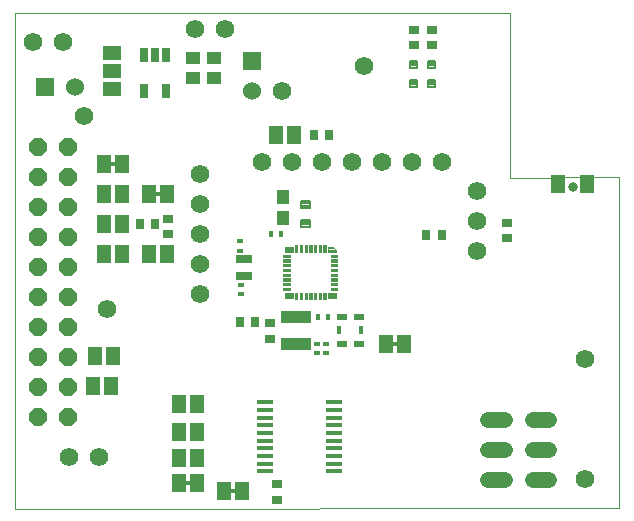
<source format=gts>
G75*
G70*
%OFA0B0*%
%FSLAX24Y24*%
%IPPOS*%
%LPD*%
%AMOC8*
5,1,8,0,0,1.08239X$1,22.5*
%
%ADD10C,0.0000*%
%ADD11R,0.0512X0.0591*%
%ADD12C,0.0620*%
%ADD13C,0.0004*%
%ADD14C,0.0009*%
%ADD15C,0.0039*%
%ADD16R,0.0551X0.0295*%
%ADD17R,0.0325X0.0197*%
%ADD18R,0.0169X0.0276*%
%ADD19R,0.0240X0.0120*%
%ADD20R,0.0120X0.0240*%
%ADD21R,0.1000X0.0402*%
%ADD22R,0.0354X0.0276*%
%ADD23R,0.0276X0.0354*%
%ADD24C,0.0079*%
%ADD25R,0.0460X0.0630*%
%ADD26R,0.0600X0.0600*%
%ADD27C,0.0600*%
%ADD28OC8,0.0600*%
%ADD29C,0.0540*%
%ADD30R,0.0160X0.0160*%
%ADD31R,0.0630X0.0460*%
%ADD32C,0.0320*%
%ADD33C,0.0300*%
%ADD34R,0.0450X0.0400*%
%ADD35R,0.0276X0.0472*%
%ADD36R,0.0400X0.0450*%
%ADD37R,0.0580X0.0140*%
D10*
X002104Y001280D02*
X002104Y017815D01*
X018600Y017815D01*
X018600Y012307D01*
X022249Y012327D01*
X022249Y001300D01*
X002104Y001280D01*
D11*
X020195Y012087D03*
X021179Y012087D03*
D12*
X017504Y011880D03*
X017504Y010880D03*
X017504Y009880D03*
X016324Y012820D03*
X015324Y012820D03*
X014324Y012820D03*
X013324Y012820D03*
X012324Y012820D03*
X011324Y012820D03*
X010324Y012820D03*
X008264Y012420D03*
X008264Y011420D03*
X008264Y010420D03*
X008264Y009420D03*
X008264Y008420D03*
X005180Y007938D03*
X004904Y003000D03*
X003904Y003000D03*
X021104Y002280D03*
X021104Y006280D03*
X010994Y015190D03*
X013724Y016040D03*
X009104Y017280D03*
X008104Y017280D03*
X003704Y016820D03*
X002704Y016820D03*
X004404Y014357D03*
D13*
X011437Y010057D02*
X011437Y009825D01*
X011437Y010057D02*
X011511Y010057D01*
X011511Y009825D01*
X011437Y009825D01*
X011437Y009828D02*
X011511Y009828D01*
X011511Y009831D02*
X011437Y009831D01*
X011437Y009834D02*
X011511Y009834D01*
X011511Y009837D02*
X011437Y009837D01*
X011437Y009840D02*
X011511Y009840D01*
X011511Y009843D02*
X011437Y009843D01*
X011437Y009846D02*
X011511Y009846D01*
X011511Y009849D02*
X011437Y009849D01*
X011437Y009852D02*
X011511Y009852D01*
X011511Y009855D02*
X011437Y009855D01*
X011437Y009858D02*
X011511Y009858D01*
X011511Y009861D02*
X011437Y009861D01*
X011437Y009864D02*
X011511Y009864D01*
X011511Y009867D02*
X011437Y009867D01*
X011437Y009870D02*
X011511Y009870D01*
X011511Y009873D02*
X011437Y009873D01*
X011437Y009876D02*
X011511Y009876D01*
X011511Y009879D02*
X011437Y009879D01*
X011437Y009882D02*
X011511Y009882D01*
X011511Y009885D02*
X011437Y009885D01*
X011437Y009888D02*
X011511Y009888D01*
X011511Y009891D02*
X011437Y009891D01*
X011437Y009894D02*
X011511Y009894D01*
X011511Y009897D02*
X011437Y009897D01*
X011437Y009900D02*
X011511Y009900D01*
X011511Y009903D02*
X011437Y009903D01*
X011437Y009906D02*
X011511Y009906D01*
X011511Y009909D02*
X011437Y009909D01*
X011437Y009912D02*
X011511Y009912D01*
X011511Y009915D02*
X011437Y009915D01*
X011437Y009918D02*
X011511Y009918D01*
X011511Y009921D02*
X011437Y009921D01*
X011437Y009924D02*
X011511Y009924D01*
X011511Y009927D02*
X011437Y009927D01*
X011437Y009930D02*
X011511Y009930D01*
X011511Y009933D02*
X011437Y009933D01*
X011437Y009936D02*
X011511Y009936D01*
X011511Y009939D02*
X011437Y009939D01*
X011437Y009942D02*
X011511Y009942D01*
X011511Y009945D02*
X011437Y009945D01*
X011437Y009948D02*
X011511Y009948D01*
X011511Y009951D02*
X011437Y009951D01*
X011437Y009954D02*
X011511Y009954D01*
X011511Y009957D02*
X011437Y009957D01*
X011437Y009960D02*
X011511Y009960D01*
X011511Y009963D02*
X011437Y009963D01*
X011437Y009966D02*
X011511Y009966D01*
X011511Y009969D02*
X011437Y009969D01*
X011437Y009972D02*
X011511Y009972D01*
X011511Y009975D02*
X011437Y009975D01*
X011437Y009978D02*
X011511Y009978D01*
X011511Y009981D02*
X011437Y009981D01*
X011437Y009984D02*
X011511Y009984D01*
X011511Y009987D02*
X011437Y009987D01*
X011437Y009990D02*
X011511Y009990D01*
X011511Y009993D02*
X011437Y009993D01*
X011437Y009996D02*
X011511Y009996D01*
X011511Y009999D02*
X011437Y009999D01*
X011437Y010002D02*
X011511Y010002D01*
X011511Y010005D02*
X011437Y010005D01*
X011437Y010008D02*
X011511Y010008D01*
X011511Y010011D02*
X011437Y010011D01*
X011437Y010014D02*
X011511Y010014D01*
X011511Y010017D02*
X011437Y010017D01*
X011437Y010020D02*
X011511Y010020D01*
X011511Y010023D02*
X011437Y010023D01*
X011437Y010026D02*
X011511Y010026D01*
X011511Y010029D02*
X011437Y010029D01*
X011437Y010032D02*
X011511Y010032D01*
X011511Y010035D02*
X011437Y010035D01*
X011437Y010038D02*
X011511Y010038D01*
X011511Y010041D02*
X011437Y010041D01*
X011437Y010044D02*
X011511Y010044D01*
X011511Y010047D02*
X011437Y010047D01*
X011437Y010050D02*
X011511Y010050D01*
X011511Y010053D02*
X011437Y010053D01*
X011437Y010056D02*
X011511Y010056D01*
X011595Y010057D02*
X011595Y009825D01*
X011595Y010057D02*
X011669Y010057D01*
X011669Y009825D01*
X011595Y009825D01*
X011595Y009828D02*
X011669Y009828D01*
X011669Y009831D02*
X011595Y009831D01*
X011595Y009834D02*
X011669Y009834D01*
X011669Y009837D02*
X011595Y009837D01*
X011595Y009840D02*
X011669Y009840D01*
X011669Y009843D02*
X011595Y009843D01*
X011595Y009846D02*
X011669Y009846D01*
X011669Y009849D02*
X011595Y009849D01*
X011595Y009852D02*
X011669Y009852D01*
X011669Y009855D02*
X011595Y009855D01*
X011595Y009858D02*
X011669Y009858D01*
X011669Y009861D02*
X011595Y009861D01*
X011595Y009864D02*
X011669Y009864D01*
X011669Y009867D02*
X011595Y009867D01*
X011595Y009870D02*
X011669Y009870D01*
X011669Y009873D02*
X011595Y009873D01*
X011595Y009876D02*
X011669Y009876D01*
X011669Y009879D02*
X011595Y009879D01*
X011595Y009882D02*
X011669Y009882D01*
X011669Y009885D02*
X011595Y009885D01*
X011595Y009888D02*
X011669Y009888D01*
X011669Y009891D02*
X011595Y009891D01*
X011595Y009894D02*
X011669Y009894D01*
X011669Y009897D02*
X011595Y009897D01*
X011595Y009900D02*
X011669Y009900D01*
X011669Y009903D02*
X011595Y009903D01*
X011595Y009906D02*
X011669Y009906D01*
X011669Y009909D02*
X011595Y009909D01*
X011595Y009912D02*
X011669Y009912D01*
X011669Y009915D02*
X011595Y009915D01*
X011595Y009918D02*
X011669Y009918D01*
X011669Y009921D02*
X011595Y009921D01*
X011595Y009924D02*
X011669Y009924D01*
X011669Y009927D02*
X011595Y009927D01*
X011595Y009930D02*
X011669Y009930D01*
X011669Y009933D02*
X011595Y009933D01*
X011595Y009936D02*
X011669Y009936D01*
X011669Y009939D02*
X011595Y009939D01*
X011595Y009942D02*
X011669Y009942D01*
X011669Y009945D02*
X011595Y009945D01*
X011595Y009948D02*
X011669Y009948D01*
X011669Y009951D02*
X011595Y009951D01*
X011595Y009954D02*
X011669Y009954D01*
X011669Y009957D02*
X011595Y009957D01*
X011595Y009960D02*
X011669Y009960D01*
X011669Y009963D02*
X011595Y009963D01*
X011595Y009966D02*
X011669Y009966D01*
X011669Y009969D02*
X011595Y009969D01*
X011595Y009972D02*
X011669Y009972D01*
X011669Y009975D02*
X011595Y009975D01*
X011595Y009978D02*
X011669Y009978D01*
X011669Y009981D02*
X011595Y009981D01*
X011595Y009984D02*
X011669Y009984D01*
X011669Y009987D02*
X011595Y009987D01*
X011595Y009990D02*
X011669Y009990D01*
X011669Y009993D02*
X011595Y009993D01*
X011595Y009996D02*
X011669Y009996D01*
X011669Y009999D02*
X011595Y009999D01*
X011595Y010002D02*
X011669Y010002D01*
X011669Y010005D02*
X011595Y010005D01*
X011595Y010008D02*
X011669Y010008D01*
X011669Y010011D02*
X011595Y010011D01*
X011595Y010014D02*
X011669Y010014D01*
X011669Y010017D02*
X011595Y010017D01*
X011595Y010020D02*
X011669Y010020D01*
X011669Y010023D02*
X011595Y010023D01*
X011595Y010026D02*
X011669Y010026D01*
X011669Y010029D02*
X011595Y010029D01*
X011595Y010032D02*
X011669Y010032D01*
X011669Y010035D02*
X011595Y010035D01*
X011595Y010038D02*
X011669Y010038D01*
X011669Y010041D02*
X011595Y010041D01*
X011595Y010044D02*
X011669Y010044D01*
X011669Y010047D02*
X011595Y010047D01*
X011595Y010050D02*
X011669Y010050D01*
X011669Y010053D02*
X011595Y010053D01*
X011595Y010056D02*
X011669Y010056D01*
X011752Y010057D02*
X011752Y009825D01*
X011752Y010057D02*
X011826Y010057D01*
X011826Y009825D01*
X011752Y009825D01*
X011752Y009828D02*
X011826Y009828D01*
X011826Y009831D02*
X011752Y009831D01*
X011752Y009834D02*
X011826Y009834D01*
X011826Y009837D02*
X011752Y009837D01*
X011752Y009840D02*
X011826Y009840D01*
X011826Y009843D02*
X011752Y009843D01*
X011752Y009846D02*
X011826Y009846D01*
X011826Y009849D02*
X011752Y009849D01*
X011752Y009852D02*
X011826Y009852D01*
X011826Y009855D02*
X011752Y009855D01*
X011752Y009858D02*
X011826Y009858D01*
X011826Y009861D02*
X011752Y009861D01*
X011752Y009864D02*
X011826Y009864D01*
X011826Y009867D02*
X011752Y009867D01*
X011752Y009870D02*
X011826Y009870D01*
X011826Y009873D02*
X011752Y009873D01*
X011752Y009876D02*
X011826Y009876D01*
X011826Y009879D02*
X011752Y009879D01*
X011752Y009882D02*
X011826Y009882D01*
X011826Y009885D02*
X011752Y009885D01*
X011752Y009888D02*
X011826Y009888D01*
X011826Y009891D02*
X011752Y009891D01*
X011752Y009894D02*
X011826Y009894D01*
X011826Y009897D02*
X011752Y009897D01*
X011752Y009900D02*
X011826Y009900D01*
X011826Y009903D02*
X011752Y009903D01*
X011752Y009906D02*
X011826Y009906D01*
X011826Y009909D02*
X011752Y009909D01*
X011752Y009912D02*
X011826Y009912D01*
X011826Y009915D02*
X011752Y009915D01*
X011752Y009918D02*
X011826Y009918D01*
X011826Y009921D02*
X011752Y009921D01*
X011752Y009924D02*
X011826Y009924D01*
X011826Y009927D02*
X011752Y009927D01*
X011752Y009930D02*
X011826Y009930D01*
X011826Y009933D02*
X011752Y009933D01*
X011752Y009936D02*
X011826Y009936D01*
X011826Y009939D02*
X011752Y009939D01*
X011752Y009942D02*
X011826Y009942D01*
X011826Y009945D02*
X011752Y009945D01*
X011752Y009948D02*
X011826Y009948D01*
X011826Y009951D02*
X011752Y009951D01*
X011752Y009954D02*
X011826Y009954D01*
X011826Y009957D02*
X011752Y009957D01*
X011752Y009960D02*
X011826Y009960D01*
X011826Y009963D02*
X011752Y009963D01*
X011752Y009966D02*
X011826Y009966D01*
X011826Y009969D02*
X011752Y009969D01*
X011752Y009972D02*
X011826Y009972D01*
X011826Y009975D02*
X011752Y009975D01*
X011752Y009978D02*
X011826Y009978D01*
X011826Y009981D02*
X011752Y009981D01*
X011752Y009984D02*
X011826Y009984D01*
X011826Y009987D02*
X011752Y009987D01*
X011752Y009990D02*
X011826Y009990D01*
X011826Y009993D02*
X011752Y009993D01*
X011752Y009996D02*
X011826Y009996D01*
X011826Y009999D02*
X011752Y009999D01*
X011752Y010002D02*
X011826Y010002D01*
X011826Y010005D02*
X011752Y010005D01*
X011752Y010008D02*
X011826Y010008D01*
X011826Y010011D02*
X011752Y010011D01*
X011752Y010014D02*
X011826Y010014D01*
X011826Y010017D02*
X011752Y010017D01*
X011752Y010020D02*
X011826Y010020D01*
X011826Y010023D02*
X011752Y010023D01*
X011752Y010026D02*
X011826Y010026D01*
X011826Y010029D02*
X011752Y010029D01*
X011752Y010032D02*
X011826Y010032D01*
X011826Y010035D02*
X011752Y010035D01*
X011752Y010038D02*
X011826Y010038D01*
X011826Y010041D02*
X011752Y010041D01*
X011752Y010044D02*
X011826Y010044D01*
X011826Y010047D02*
X011752Y010047D01*
X011752Y010050D02*
X011826Y010050D01*
X011826Y010053D02*
X011752Y010053D01*
X011752Y010056D02*
X011826Y010056D01*
X011910Y010057D02*
X011910Y009825D01*
X011910Y010057D02*
X011984Y010057D01*
X011984Y009825D01*
X011910Y009825D01*
X011910Y009828D02*
X011984Y009828D01*
X011984Y009831D02*
X011910Y009831D01*
X011910Y009834D02*
X011984Y009834D01*
X011984Y009837D02*
X011910Y009837D01*
X011910Y009840D02*
X011984Y009840D01*
X011984Y009843D02*
X011910Y009843D01*
X011910Y009846D02*
X011984Y009846D01*
X011984Y009849D02*
X011910Y009849D01*
X011910Y009852D02*
X011984Y009852D01*
X011984Y009855D02*
X011910Y009855D01*
X011910Y009858D02*
X011984Y009858D01*
X011984Y009861D02*
X011910Y009861D01*
X011910Y009864D02*
X011984Y009864D01*
X011984Y009867D02*
X011910Y009867D01*
X011910Y009870D02*
X011984Y009870D01*
X011984Y009873D02*
X011910Y009873D01*
X011910Y009876D02*
X011984Y009876D01*
X011984Y009879D02*
X011910Y009879D01*
X011910Y009882D02*
X011984Y009882D01*
X011984Y009885D02*
X011910Y009885D01*
X011910Y009888D02*
X011984Y009888D01*
X011984Y009891D02*
X011910Y009891D01*
X011910Y009894D02*
X011984Y009894D01*
X011984Y009897D02*
X011910Y009897D01*
X011910Y009900D02*
X011984Y009900D01*
X011984Y009903D02*
X011910Y009903D01*
X011910Y009906D02*
X011984Y009906D01*
X011984Y009909D02*
X011910Y009909D01*
X011910Y009912D02*
X011984Y009912D01*
X011984Y009915D02*
X011910Y009915D01*
X011910Y009918D02*
X011984Y009918D01*
X011984Y009921D02*
X011910Y009921D01*
X011910Y009924D02*
X011984Y009924D01*
X011984Y009927D02*
X011910Y009927D01*
X011910Y009930D02*
X011984Y009930D01*
X011984Y009933D02*
X011910Y009933D01*
X011910Y009936D02*
X011984Y009936D01*
X011984Y009939D02*
X011910Y009939D01*
X011910Y009942D02*
X011984Y009942D01*
X011984Y009945D02*
X011910Y009945D01*
X011910Y009948D02*
X011984Y009948D01*
X011984Y009951D02*
X011910Y009951D01*
X011910Y009954D02*
X011984Y009954D01*
X011984Y009957D02*
X011910Y009957D01*
X011910Y009960D02*
X011984Y009960D01*
X011984Y009963D02*
X011910Y009963D01*
X011910Y009966D02*
X011984Y009966D01*
X011984Y009969D02*
X011910Y009969D01*
X011910Y009972D02*
X011984Y009972D01*
X011984Y009975D02*
X011910Y009975D01*
X011910Y009978D02*
X011984Y009978D01*
X011984Y009981D02*
X011910Y009981D01*
X011910Y009984D02*
X011984Y009984D01*
X011984Y009987D02*
X011910Y009987D01*
X011910Y009990D02*
X011984Y009990D01*
X011984Y009993D02*
X011910Y009993D01*
X011910Y009996D02*
X011984Y009996D01*
X011984Y009999D02*
X011910Y009999D01*
X011910Y010002D02*
X011984Y010002D01*
X011984Y010005D02*
X011910Y010005D01*
X011910Y010008D02*
X011984Y010008D01*
X011984Y010011D02*
X011910Y010011D01*
X011910Y010014D02*
X011984Y010014D01*
X011984Y010017D02*
X011910Y010017D01*
X011910Y010020D02*
X011984Y010020D01*
X011984Y010023D02*
X011910Y010023D01*
X011910Y010026D02*
X011984Y010026D01*
X011984Y010029D02*
X011910Y010029D01*
X011910Y010032D02*
X011984Y010032D01*
X011984Y010035D02*
X011910Y010035D01*
X011910Y010038D02*
X011984Y010038D01*
X011984Y010041D02*
X011910Y010041D01*
X011910Y010044D02*
X011984Y010044D01*
X011984Y010047D02*
X011910Y010047D01*
X011910Y010050D02*
X011984Y010050D01*
X011984Y010053D02*
X011910Y010053D01*
X011910Y010056D02*
X011984Y010056D01*
X012067Y010057D02*
X012067Y009825D01*
X012067Y010057D02*
X012141Y010057D01*
X012141Y009825D01*
X012067Y009825D01*
X012067Y009828D02*
X012141Y009828D01*
X012141Y009831D02*
X012067Y009831D01*
X012067Y009834D02*
X012141Y009834D01*
X012141Y009837D02*
X012067Y009837D01*
X012067Y009840D02*
X012141Y009840D01*
X012141Y009843D02*
X012067Y009843D01*
X012067Y009846D02*
X012141Y009846D01*
X012141Y009849D02*
X012067Y009849D01*
X012067Y009852D02*
X012141Y009852D01*
X012141Y009855D02*
X012067Y009855D01*
X012067Y009858D02*
X012141Y009858D01*
X012141Y009861D02*
X012067Y009861D01*
X012067Y009864D02*
X012141Y009864D01*
X012141Y009867D02*
X012067Y009867D01*
X012067Y009870D02*
X012141Y009870D01*
X012141Y009873D02*
X012067Y009873D01*
X012067Y009876D02*
X012141Y009876D01*
X012141Y009879D02*
X012067Y009879D01*
X012067Y009882D02*
X012141Y009882D01*
X012141Y009885D02*
X012067Y009885D01*
X012067Y009888D02*
X012141Y009888D01*
X012141Y009891D02*
X012067Y009891D01*
X012067Y009894D02*
X012141Y009894D01*
X012141Y009897D02*
X012067Y009897D01*
X012067Y009900D02*
X012141Y009900D01*
X012141Y009903D02*
X012067Y009903D01*
X012067Y009906D02*
X012141Y009906D01*
X012141Y009909D02*
X012067Y009909D01*
X012067Y009912D02*
X012141Y009912D01*
X012141Y009915D02*
X012067Y009915D01*
X012067Y009918D02*
X012141Y009918D01*
X012141Y009921D02*
X012067Y009921D01*
X012067Y009924D02*
X012141Y009924D01*
X012141Y009927D02*
X012067Y009927D01*
X012067Y009930D02*
X012141Y009930D01*
X012141Y009933D02*
X012067Y009933D01*
X012067Y009936D02*
X012141Y009936D01*
X012141Y009939D02*
X012067Y009939D01*
X012067Y009942D02*
X012141Y009942D01*
X012141Y009945D02*
X012067Y009945D01*
X012067Y009948D02*
X012141Y009948D01*
X012141Y009951D02*
X012067Y009951D01*
X012067Y009954D02*
X012141Y009954D01*
X012141Y009957D02*
X012067Y009957D01*
X012067Y009960D02*
X012141Y009960D01*
X012141Y009963D02*
X012067Y009963D01*
X012067Y009966D02*
X012141Y009966D01*
X012141Y009969D02*
X012067Y009969D01*
X012067Y009972D02*
X012141Y009972D01*
X012141Y009975D02*
X012067Y009975D01*
X012067Y009978D02*
X012141Y009978D01*
X012141Y009981D02*
X012067Y009981D01*
X012067Y009984D02*
X012141Y009984D01*
X012141Y009987D02*
X012067Y009987D01*
X012067Y009990D02*
X012141Y009990D01*
X012141Y009993D02*
X012067Y009993D01*
X012067Y009996D02*
X012141Y009996D01*
X012141Y009999D02*
X012067Y009999D01*
X012067Y010002D02*
X012141Y010002D01*
X012141Y010005D02*
X012067Y010005D01*
X012067Y010008D02*
X012141Y010008D01*
X012141Y010011D02*
X012067Y010011D01*
X012067Y010014D02*
X012141Y010014D01*
X012141Y010017D02*
X012067Y010017D01*
X012067Y010020D02*
X012141Y010020D01*
X012141Y010023D02*
X012067Y010023D01*
X012067Y010026D02*
X012141Y010026D01*
X012141Y010029D02*
X012067Y010029D01*
X012067Y010032D02*
X012141Y010032D01*
X012141Y010035D02*
X012067Y010035D01*
X012067Y010038D02*
X012141Y010038D01*
X012141Y010041D02*
X012067Y010041D01*
X012067Y010044D02*
X012141Y010044D01*
X012141Y010047D02*
X012067Y010047D01*
X012067Y010050D02*
X012141Y010050D01*
X012141Y010053D02*
X012067Y010053D01*
X012067Y010056D02*
X012141Y010056D01*
X012225Y010057D02*
X012225Y009825D01*
X012225Y010057D02*
X012299Y010057D01*
X012299Y009825D01*
X012225Y009825D01*
X012225Y009828D02*
X012299Y009828D01*
X012299Y009831D02*
X012225Y009831D01*
X012225Y009834D02*
X012299Y009834D01*
X012299Y009837D02*
X012225Y009837D01*
X012225Y009840D02*
X012299Y009840D01*
X012299Y009843D02*
X012225Y009843D01*
X012225Y009846D02*
X012299Y009846D01*
X012299Y009849D02*
X012225Y009849D01*
X012225Y009852D02*
X012299Y009852D01*
X012299Y009855D02*
X012225Y009855D01*
X012225Y009858D02*
X012299Y009858D01*
X012299Y009861D02*
X012225Y009861D01*
X012225Y009864D02*
X012299Y009864D01*
X012299Y009867D02*
X012225Y009867D01*
X012225Y009870D02*
X012299Y009870D01*
X012299Y009873D02*
X012225Y009873D01*
X012225Y009876D02*
X012299Y009876D01*
X012299Y009879D02*
X012225Y009879D01*
X012225Y009882D02*
X012299Y009882D01*
X012299Y009885D02*
X012225Y009885D01*
X012225Y009888D02*
X012299Y009888D01*
X012299Y009891D02*
X012225Y009891D01*
X012225Y009894D02*
X012299Y009894D01*
X012299Y009897D02*
X012225Y009897D01*
X012225Y009900D02*
X012299Y009900D01*
X012299Y009903D02*
X012225Y009903D01*
X012225Y009906D02*
X012299Y009906D01*
X012299Y009909D02*
X012225Y009909D01*
X012225Y009912D02*
X012299Y009912D01*
X012299Y009915D02*
X012225Y009915D01*
X012225Y009918D02*
X012299Y009918D01*
X012299Y009921D02*
X012225Y009921D01*
X012225Y009924D02*
X012299Y009924D01*
X012299Y009927D02*
X012225Y009927D01*
X012225Y009930D02*
X012299Y009930D01*
X012299Y009933D02*
X012225Y009933D01*
X012225Y009936D02*
X012299Y009936D01*
X012299Y009939D02*
X012225Y009939D01*
X012225Y009942D02*
X012299Y009942D01*
X012299Y009945D02*
X012225Y009945D01*
X012225Y009948D02*
X012299Y009948D01*
X012299Y009951D02*
X012225Y009951D01*
X012225Y009954D02*
X012299Y009954D01*
X012299Y009957D02*
X012225Y009957D01*
X012225Y009960D02*
X012299Y009960D01*
X012299Y009963D02*
X012225Y009963D01*
X012225Y009966D02*
X012299Y009966D01*
X012299Y009969D02*
X012225Y009969D01*
X012225Y009972D02*
X012299Y009972D01*
X012299Y009975D02*
X012225Y009975D01*
X012225Y009978D02*
X012299Y009978D01*
X012299Y009981D02*
X012225Y009981D01*
X012225Y009984D02*
X012299Y009984D01*
X012299Y009987D02*
X012225Y009987D01*
X012225Y009990D02*
X012299Y009990D01*
X012299Y009993D02*
X012225Y009993D01*
X012225Y009996D02*
X012299Y009996D01*
X012299Y009999D02*
X012225Y009999D01*
X012225Y010002D02*
X012299Y010002D01*
X012299Y010005D02*
X012225Y010005D01*
X012225Y010008D02*
X012299Y010008D01*
X012299Y010011D02*
X012225Y010011D01*
X012225Y010014D02*
X012299Y010014D01*
X012299Y010017D02*
X012225Y010017D01*
X012225Y010020D02*
X012299Y010020D01*
X012299Y010023D02*
X012225Y010023D01*
X012225Y010026D02*
X012299Y010026D01*
X012299Y010029D02*
X012225Y010029D01*
X012225Y010032D02*
X012299Y010032D01*
X012299Y010035D02*
X012225Y010035D01*
X012225Y010038D02*
X012299Y010038D01*
X012299Y010041D02*
X012225Y010041D01*
X012225Y010044D02*
X012299Y010044D01*
X012299Y010047D02*
X012225Y010047D01*
X012225Y010050D02*
X012299Y010050D01*
X012299Y010053D02*
X012225Y010053D01*
X012225Y010056D02*
X012299Y010056D01*
X012382Y010057D02*
X012382Y009825D01*
X012382Y010057D02*
X012456Y010057D01*
X012456Y009825D01*
X012382Y009825D01*
X012382Y009828D02*
X012456Y009828D01*
X012456Y009831D02*
X012382Y009831D01*
X012382Y009834D02*
X012456Y009834D01*
X012456Y009837D02*
X012382Y009837D01*
X012382Y009840D02*
X012456Y009840D01*
X012456Y009843D02*
X012382Y009843D01*
X012382Y009846D02*
X012456Y009846D01*
X012456Y009849D02*
X012382Y009849D01*
X012382Y009852D02*
X012456Y009852D01*
X012456Y009855D02*
X012382Y009855D01*
X012382Y009858D02*
X012456Y009858D01*
X012456Y009861D02*
X012382Y009861D01*
X012382Y009864D02*
X012456Y009864D01*
X012456Y009867D02*
X012382Y009867D01*
X012382Y009870D02*
X012456Y009870D01*
X012456Y009873D02*
X012382Y009873D01*
X012382Y009876D02*
X012456Y009876D01*
X012456Y009879D02*
X012382Y009879D01*
X012382Y009882D02*
X012456Y009882D01*
X012456Y009885D02*
X012382Y009885D01*
X012382Y009888D02*
X012456Y009888D01*
X012456Y009891D02*
X012382Y009891D01*
X012382Y009894D02*
X012456Y009894D01*
X012456Y009897D02*
X012382Y009897D01*
X012382Y009900D02*
X012456Y009900D01*
X012456Y009903D02*
X012382Y009903D01*
X012382Y009906D02*
X012456Y009906D01*
X012456Y009909D02*
X012382Y009909D01*
X012382Y009912D02*
X012456Y009912D01*
X012456Y009915D02*
X012382Y009915D01*
X012382Y009918D02*
X012456Y009918D01*
X012456Y009921D02*
X012382Y009921D01*
X012382Y009924D02*
X012456Y009924D01*
X012456Y009927D02*
X012382Y009927D01*
X012382Y009930D02*
X012456Y009930D01*
X012456Y009933D02*
X012382Y009933D01*
X012382Y009936D02*
X012456Y009936D01*
X012456Y009939D02*
X012382Y009939D01*
X012382Y009942D02*
X012456Y009942D01*
X012456Y009945D02*
X012382Y009945D01*
X012382Y009948D02*
X012456Y009948D01*
X012456Y009951D02*
X012382Y009951D01*
X012382Y009954D02*
X012456Y009954D01*
X012456Y009957D02*
X012382Y009957D01*
X012382Y009960D02*
X012456Y009960D01*
X012456Y009963D02*
X012382Y009963D01*
X012382Y009966D02*
X012456Y009966D01*
X012456Y009969D02*
X012382Y009969D01*
X012382Y009972D02*
X012456Y009972D01*
X012456Y009975D02*
X012382Y009975D01*
X012382Y009978D02*
X012456Y009978D01*
X012456Y009981D02*
X012382Y009981D01*
X012382Y009984D02*
X012456Y009984D01*
X012456Y009987D02*
X012382Y009987D01*
X012382Y009990D02*
X012456Y009990D01*
X012456Y009993D02*
X012382Y009993D01*
X012382Y009996D02*
X012456Y009996D01*
X012456Y009999D02*
X012382Y009999D01*
X012382Y010002D02*
X012456Y010002D01*
X012456Y010005D02*
X012382Y010005D01*
X012382Y010008D02*
X012456Y010008D01*
X012456Y010011D02*
X012382Y010011D01*
X012382Y010014D02*
X012456Y010014D01*
X012456Y010017D02*
X012382Y010017D01*
X012382Y010020D02*
X012456Y010020D01*
X012456Y010023D02*
X012382Y010023D01*
X012382Y010026D02*
X012456Y010026D01*
X012456Y010029D02*
X012382Y010029D01*
X012382Y010032D02*
X012456Y010032D01*
X012456Y010035D02*
X012382Y010035D01*
X012382Y010038D02*
X012456Y010038D01*
X012456Y010041D02*
X012382Y010041D01*
X012382Y010044D02*
X012456Y010044D01*
X012456Y010047D02*
X012382Y010047D01*
X012382Y010050D02*
X012456Y010050D01*
X012456Y010053D02*
X012382Y010053D01*
X012382Y010056D02*
X012456Y010056D01*
X012618Y009668D02*
X012850Y009668D01*
X012618Y009668D02*
X012618Y009742D01*
X012850Y009742D01*
X012850Y009668D01*
X012850Y009671D02*
X012618Y009671D01*
X012618Y009674D02*
X012850Y009674D01*
X012850Y009677D02*
X012618Y009677D01*
X012618Y009680D02*
X012850Y009680D01*
X012850Y009683D02*
X012618Y009683D01*
X012618Y009686D02*
X012850Y009686D01*
X012850Y009689D02*
X012618Y009689D01*
X012618Y009692D02*
X012850Y009692D01*
X012850Y009695D02*
X012618Y009695D01*
X012618Y009698D02*
X012850Y009698D01*
X012850Y009701D02*
X012618Y009701D01*
X012618Y009704D02*
X012850Y009704D01*
X012850Y009707D02*
X012618Y009707D01*
X012618Y009710D02*
X012850Y009710D01*
X012850Y009713D02*
X012618Y009713D01*
X012618Y009716D02*
X012850Y009716D01*
X012850Y009719D02*
X012618Y009719D01*
X012618Y009722D02*
X012850Y009722D01*
X012850Y009725D02*
X012618Y009725D01*
X012618Y009728D02*
X012850Y009728D01*
X012850Y009731D02*
X012618Y009731D01*
X012618Y009734D02*
X012850Y009734D01*
X012850Y009737D02*
X012618Y009737D01*
X012618Y009740D02*
X012850Y009740D01*
X012850Y009510D02*
X012618Y009510D01*
X012618Y009584D01*
X012850Y009584D01*
X012850Y009510D01*
X012850Y009513D02*
X012618Y009513D01*
X012618Y009516D02*
X012850Y009516D01*
X012850Y009519D02*
X012618Y009519D01*
X012618Y009522D02*
X012850Y009522D01*
X012850Y009525D02*
X012618Y009525D01*
X012618Y009528D02*
X012850Y009528D01*
X012850Y009531D02*
X012618Y009531D01*
X012618Y009534D02*
X012850Y009534D01*
X012850Y009537D02*
X012618Y009537D01*
X012618Y009540D02*
X012850Y009540D01*
X012850Y009543D02*
X012618Y009543D01*
X012618Y009546D02*
X012850Y009546D01*
X012850Y009549D02*
X012618Y009549D01*
X012618Y009552D02*
X012850Y009552D01*
X012850Y009555D02*
X012618Y009555D01*
X012618Y009558D02*
X012850Y009558D01*
X012850Y009561D02*
X012618Y009561D01*
X012618Y009564D02*
X012850Y009564D01*
X012850Y009567D02*
X012618Y009567D01*
X012618Y009570D02*
X012850Y009570D01*
X012850Y009573D02*
X012618Y009573D01*
X012618Y009576D02*
X012850Y009576D01*
X012850Y009579D02*
X012618Y009579D01*
X012618Y009582D02*
X012850Y009582D01*
X012850Y009353D02*
X012618Y009353D01*
X012618Y009427D01*
X012850Y009427D01*
X012850Y009353D01*
X012850Y009356D02*
X012618Y009356D01*
X012618Y009359D02*
X012850Y009359D01*
X012850Y009362D02*
X012618Y009362D01*
X012618Y009365D02*
X012850Y009365D01*
X012850Y009368D02*
X012618Y009368D01*
X012618Y009371D02*
X012850Y009371D01*
X012850Y009374D02*
X012618Y009374D01*
X012618Y009377D02*
X012850Y009377D01*
X012850Y009380D02*
X012618Y009380D01*
X012618Y009383D02*
X012850Y009383D01*
X012850Y009386D02*
X012618Y009386D01*
X012618Y009389D02*
X012850Y009389D01*
X012850Y009392D02*
X012618Y009392D01*
X012618Y009395D02*
X012850Y009395D01*
X012850Y009398D02*
X012618Y009398D01*
X012618Y009401D02*
X012850Y009401D01*
X012850Y009404D02*
X012618Y009404D01*
X012618Y009407D02*
X012850Y009407D01*
X012850Y009410D02*
X012618Y009410D01*
X012618Y009413D02*
X012850Y009413D01*
X012850Y009416D02*
X012618Y009416D01*
X012618Y009419D02*
X012850Y009419D01*
X012850Y009422D02*
X012618Y009422D01*
X012618Y009425D02*
X012850Y009425D01*
X012850Y009196D02*
X012618Y009196D01*
X012618Y009270D01*
X012850Y009270D01*
X012850Y009196D01*
X012850Y009199D02*
X012618Y009199D01*
X012618Y009202D02*
X012850Y009202D01*
X012850Y009205D02*
X012618Y009205D01*
X012618Y009208D02*
X012850Y009208D01*
X012850Y009211D02*
X012618Y009211D01*
X012618Y009214D02*
X012850Y009214D01*
X012850Y009217D02*
X012618Y009217D01*
X012618Y009220D02*
X012850Y009220D01*
X012850Y009223D02*
X012618Y009223D01*
X012618Y009226D02*
X012850Y009226D01*
X012850Y009229D02*
X012618Y009229D01*
X012618Y009232D02*
X012850Y009232D01*
X012850Y009235D02*
X012618Y009235D01*
X012618Y009238D02*
X012850Y009238D01*
X012850Y009241D02*
X012618Y009241D01*
X012618Y009244D02*
X012850Y009244D01*
X012850Y009247D02*
X012618Y009247D01*
X012618Y009250D02*
X012850Y009250D01*
X012850Y009253D02*
X012618Y009253D01*
X012618Y009256D02*
X012850Y009256D01*
X012850Y009259D02*
X012618Y009259D01*
X012618Y009262D02*
X012850Y009262D01*
X012850Y009265D02*
X012618Y009265D01*
X012618Y009268D02*
X012850Y009268D01*
X012850Y009038D02*
X012618Y009038D01*
X012618Y009112D01*
X012850Y009112D01*
X012850Y009038D01*
X012850Y009041D02*
X012618Y009041D01*
X012618Y009044D02*
X012850Y009044D01*
X012850Y009047D02*
X012618Y009047D01*
X012618Y009050D02*
X012850Y009050D01*
X012850Y009053D02*
X012618Y009053D01*
X012618Y009056D02*
X012850Y009056D01*
X012850Y009059D02*
X012618Y009059D01*
X012618Y009062D02*
X012850Y009062D01*
X012850Y009065D02*
X012618Y009065D01*
X012618Y009068D02*
X012850Y009068D01*
X012850Y009071D02*
X012618Y009071D01*
X012618Y009074D02*
X012850Y009074D01*
X012850Y009077D02*
X012618Y009077D01*
X012618Y009080D02*
X012850Y009080D01*
X012850Y009083D02*
X012618Y009083D01*
X012618Y009086D02*
X012850Y009086D01*
X012850Y009089D02*
X012618Y009089D01*
X012618Y009092D02*
X012850Y009092D01*
X012850Y009095D02*
X012618Y009095D01*
X012618Y009098D02*
X012850Y009098D01*
X012850Y009101D02*
X012618Y009101D01*
X012618Y009104D02*
X012850Y009104D01*
X012850Y009107D02*
X012618Y009107D01*
X012618Y009110D02*
X012850Y009110D01*
X012850Y008881D02*
X012618Y008881D01*
X012618Y008955D01*
X012850Y008955D01*
X012850Y008881D01*
X012850Y008884D02*
X012618Y008884D01*
X012618Y008887D02*
X012850Y008887D01*
X012850Y008890D02*
X012618Y008890D01*
X012618Y008893D02*
X012850Y008893D01*
X012850Y008896D02*
X012618Y008896D01*
X012618Y008899D02*
X012850Y008899D01*
X012850Y008902D02*
X012618Y008902D01*
X012618Y008905D02*
X012850Y008905D01*
X012850Y008908D02*
X012618Y008908D01*
X012618Y008911D02*
X012850Y008911D01*
X012850Y008914D02*
X012618Y008914D01*
X012618Y008917D02*
X012850Y008917D01*
X012850Y008920D02*
X012618Y008920D01*
X012618Y008923D02*
X012850Y008923D01*
X012850Y008926D02*
X012618Y008926D01*
X012618Y008929D02*
X012850Y008929D01*
X012850Y008932D02*
X012618Y008932D01*
X012618Y008935D02*
X012850Y008935D01*
X012850Y008938D02*
X012618Y008938D01*
X012618Y008941D02*
X012850Y008941D01*
X012850Y008944D02*
X012618Y008944D01*
X012618Y008947D02*
X012850Y008947D01*
X012850Y008950D02*
X012618Y008950D01*
X012618Y008953D02*
X012850Y008953D01*
X012850Y008723D02*
X012618Y008723D01*
X012618Y008797D01*
X012850Y008797D01*
X012850Y008723D01*
X012850Y008726D02*
X012618Y008726D01*
X012618Y008729D02*
X012850Y008729D01*
X012850Y008732D02*
X012618Y008732D01*
X012618Y008735D02*
X012850Y008735D01*
X012850Y008738D02*
X012618Y008738D01*
X012618Y008741D02*
X012850Y008741D01*
X012850Y008744D02*
X012618Y008744D01*
X012618Y008747D02*
X012850Y008747D01*
X012850Y008750D02*
X012618Y008750D01*
X012618Y008753D02*
X012850Y008753D01*
X012850Y008756D02*
X012618Y008756D01*
X012618Y008759D02*
X012850Y008759D01*
X012850Y008762D02*
X012618Y008762D01*
X012618Y008765D02*
X012850Y008765D01*
X012850Y008768D02*
X012618Y008768D01*
X012618Y008771D02*
X012850Y008771D01*
X012850Y008774D02*
X012618Y008774D01*
X012618Y008777D02*
X012850Y008777D01*
X012850Y008780D02*
X012618Y008780D01*
X012618Y008783D02*
X012850Y008783D01*
X012850Y008786D02*
X012618Y008786D01*
X012618Y008789D02*
X012850Y008789D01*
X012850Y008792D02*
X012618Y008792D01*
X012618Y008795D02*
X012850Y008795D01*
X012850Y008566D02*
X012618Y008566D01*
X012618Y008640D01*
X012850Y008640D01*
X012850Y008566D01*
X012850Y008569D02*
X012618Y008569D01*
X012618Y008572D02*
X012850Y008572D01*
X012850Y008575D02*
X012618Y008575D01*
X012618Y008578D02*
X012850Y008578D01*
X012850Y008581D02*
X012618Y008581D01*
X012618Y008584D02*
X012850Y008584D01*
X012850Y008587D02*
X012618Y008587D01*
X012618Y008590D02*
X012850Y008590D01*
X012850Y008593D02*
X012618Y008593D01*
X012618Y008596D02*
X012850Y008596D01*
X012850Y008599D02*
X012618Y008599D01*
X012618Y008602D02*
X012850Y008602D01*
X012850Y008605D02*
X012618Y008605D01*
X012618Y008608D02*
X012850Y008608D01*
X012850Y008611D02*
X012618Y008611D01*
X012618Y008614D02*
X012850Y008614D01*
X012850Y008617D02*
X012618Y008617D01*
X012618Y008620D02*
X012850Y008620D01*
X012850Y008623D02*
X012618Y008623D01*
X012618Y008626D02*
X012850Y008626D01*
X012850Y008629D02*
X012618Y008629D01*
X012618Y008632D02*
X012850Y008632D01*
X012850Y008635D02*
X012618Y008635D01*
X012618Y008638D02*
X012850Y008638D01*
X012382Y008482D02*
X012382Y008250D01*
X012382Y008482D02*
X012456Y008482D01*
X012456Y008250D01*
X012382Y008250D01*
X012382Y008253D02*
X012456Y008253D01*
X012456Y008256D02*
X012382Y008256D01*
X012382Y008259D02*
X012456Y008259D01*
X012456Y008262D02*
X012382Y008262D01*
X012382Y008265D02*
X012456Y008265D01*
X012456Y008268D02*
X012382Y008268D01*
X012382Y008271D02*
X012456Y008271D01*
X012456Y008274D02*
X012382Y008274D01*
X012382Y008277D02*
X012456Y008277D01*
X012456Y008280D02*
X012382Y008280D01*
X012382Y008283D02*
X012456Y008283D01*
X012456Y008286D02*
X012382Y008286D01*
X012382Y008289D02*
X012456Y008289D01*
X012456Y008292D02*
X012382Y008292D01*
X012382Y008295D02*
X012456Y008295D01*
X012456Y008298D02*
X012382Y008298D01*
X012382Y008301D02*
X012456Y008301D01*
X012456Y008304D02*
X012382Y008304D01*
X012382Y008307D02*
X012456Y008307D01*
X012456Y008310D02*
X012382Y008310D01*
X012382Y008313D02*
X012456Y008313D01*
X012456Y008316D02*
X012382Y008316D01*
X012382Y008319D02*
X012456Y008319D01*
X012456Y008322D02*
X012382Y008322D01*
X012382Y008325D02*
X012456Y008325D01*
X012456Y008328D02*
X012382Y008328D01*
X012382Y008331D02*
X012456Y008331D01*
X012456Y008334D02*
X012382Y008334D01*
X012382Y008337D02*
X012456Y008337D01*
X012456Y008340D02*
X012382Y008340D01*
X012382Y008343D02*
X012456Y008343D01*
X012456Y008346D02*
X012382Y008346D01*
X012382Y008349D02*
X012456Y008349D01*
X012456Y008352D02*
X012382Y008352D01*
X012382Y008355D02*
X012456Y008355D01*
X012456Y008358D02*
X012382Y008358D01*
X012382Y008361D02*
X012456Y008361D01*
X012456Y008364D02*
X012382Y008364D01*
X012382Y008367D02*
X012456Y008367D01*
X012456Y008370D02*
X012382Y008370D01*
X012382Y008373D02*
X012456Y008373D01*
X012456Y008376D02*
X012382Y008376D01*
X012382Y008379D02*
X012456Y008379D01*
X012456Y008382D02*
X012382Y008382D01*
X012382Y008385D02*
X012456Y008385D01*
X012456Y008388D02*
X012382Y008388D01*
X012382Y008391D02*
X012456Y008391D01*
X012456Y008394D02*
X012382Y008394D01*
X012382Y008397D02*
X012456Y008397D01*
X012456Y008400D02*
X012382Y008400D01*
X012382Y008403D02*
X012456Y008403D01*
X012456Y008406D02*
X012382Y008406D01*
X012382Y008409D02*
X012456Y008409D01*
X012456Y008412D02*
X012382Y008412D01*
X012382Y008415D02*
X012456Y008415D01*
X012456Y008418D02*
X012382Y008418D01*
X012382Y008421D02*
X012456Y008421D01*
X012456Y008424D02*
X012382Y008424D01*
X012382Y008427D02*
X012456Y008427D01*
X012456Y008430D02*
X012382Y008430D01*
X012382Y008433D02*
X012456Y008433D01*
X012456Y008436D02*
X012382Y008436D01*
X012382Y008439D02*
X012456Y008439D01*
X012456Y008442D02*
X012382Y008442D01*
X012382Y008445D02*
X012456Y008445D01*
X012456Y008448D02*
X012382Y008448D01*
X012382Y008451D02*
X012456Y008451D01*
X012456Y008454D02*
X012382Y008454D01*
X012382Y008457D02*
X012456Y008457D01*
X012456Y008460D02*
X012382Y008460D01*
X012382Y008463D02*
X012456Y008463D01*
X012456Y008466D02*
X012382Y008466D01*
X012382Y008469D02*
X012456Y008469D01*
X012456Y008472D02*
X012382Y008472D01*
X012382Y008475D02*
X012456Y008475D01*
X012456Y008478D02*
X012382Y008478D01*
X012382Y008481D02*
X012456Y008481D01*
X012225Y008482D02*
X012225Y008250D01*
X012225Y008482D02*
X012299Y008482D01*
X012299Y008250D01*
X012225Y008250D01*
X012225Y008253D02*
X012299Y008253D01*
X012299Y008256D02*
X012225Y008256D01*
X012225Y008259D02*
X012299Y008259D01*
X012299Y008262D02*
X012225Y008262D01*
X012225Y008265D02*
X012299Y008265D01*
X012299Y008268D02*
X012225Y008268D01*
X012225Y008271D02*
X012299Y008271D01*
X012299Y008274D02*
X012225Y008274D01*
X012225Y008277D02*
X012299Y008277D01*
X012299Y008280D02*
X012225Y008280D01*
X012225Y008283D02*
X012299Y008283D01*
X012299Y008286D02*
X012225Y008286D01*
X012225Y008289D02*
X012299Y008289D01*
X012299Y008292D02*
X012225Y008292D01*
X012225Y008295D02*
X012299Y008295D01*
X012299Y008298D02*
X012225Y008298D01*
X012225Y008301D02*
X012299Y008301D01*
X012299Y008304D02*
X012225Y008304D01*
X012225Y008307D02*
X012299Y008307D01*
X012299Y008310D02*
X012225Y008310D01*
X012225Y008313D02*
X012299Y008313D01*
X012299Y008316D02*
X012225Y008316D01*
X012225Y008319D02*
X012299Y008319D01*
X012299Y008322D02*
X012225Y008322D01*
X012225Y008325D02*
X012299Y008325D01*
X012299Y008328D02*
X012225Y008328D01*
X012225Y008331D02*
X012299Y008331D01*
X012299Y008334D02*
X012225Y008334D01*
X012225Y008337D02*
X012299Y008337D01*
X012299Y008340D02*
X012225Y008340D01*
X012225Y008343D02*
X012299Y008343D01*
X012299Y008346D02*
X012225Y008346D01*
X012225Y008349D02*
X012299Y008349D01*
X012299Y008352D02*
X012225Y008352D01*
X012225Y008355D02*
X012299Y008355D01*
X012299Y008358D02*
X012225Y008358D01*
X012225Y008361D02*
X012299Y008361D01*
X012299Y008364D02*
X012225Y008364D01*
X012225Y008367D02*
X012299Y008367D01*
X012299Y008370D02*
X012225Y008370D01*
X012225Y008373D02*
X012299Y008373D01*
X012299Y008376D02*
X012225Y008376D01*
X012225Y008379D02*
X012299Y008379D01*
X012299Y008382D02*
X012225Y008382D01*
X012225Y008385D02*
X012299Y008385D01*
X012299Y008388D02*
X012225Y008388D01*
X012225Y008391D02*
X012299Y008391D01*
X012299Y008394D02*
X012225Y008394D01*
X012225Y008397D02*
X012299Y008397D01*
X012299Y008400D02*
X012225Y008400D01*
X012225Y008403D02*
X012299Y008403D01*
X012299Y008406D02*
X012225Y008406D01*
X012225Y008409D02*
X012299Y008409D01*
X012299Y008412D02*
X012225Y008412D01*
X012225Y008415D02*
X012299Y008415D01*
X012299Y008418D02*
X012225Y008418D01*
X012225Y008421D02*
X012299Y008421D01*
X012299Y008424D02*
X012225Y008424D01*
X012225Y008427D02*
X012299Y008427D01*
X012299Y008430D02*
X012225Y008430D01*
X012225Y008433D02*
X012299Y008433D01*
X012299Y008436D02*
X012225Y008436D01*
X012225Y008439D02*
X012299Y008439D01*
X012299Y008442D02*
X012225Y008442D01*
X012225Y008445D02*
X012299Y008445D01*
X012299Y008448D02*
X012225Y008448D01*
X012225Y008451D02*
X012299Y008451D01*
X012299Y008454D02*
X012225Y008454D01*
X012225Y008457D02*
X012299Y008457D01*
X012299Y008460D02*
X012225Y008460D01*
X012225Y008463D02*
X012299Y008463D01*
X012299Y008466D02*
X012225Y008466D01*
X012225Y008469D02*
X012299Y008469D01*
X012299Y008472D02*
X012225Y008472D01*
X012225Y008475D02*
X012299Y008475D01*
X012299Y008478D02*
X012225Y008478D01*
X012225Y008481D02*
X012299Y008481D01*
X012067Y008482D02*
X012067Y008250D01*
X012067Y008482D02*
X012141Y008482D01*
X012141Y008250D01*
X012067Y008250D01*
X012067Y008253D02*
X012141Y008253D01*
X012141Y008256D02*
X012067Y008256D01*
X012067Y008259D02*
X012141Y008259D01*
X012141Y008262D02*
X012067Y008262D01*
X012067Y008265D02*
X012141Y008265D01*
X012141Y008268D02*
X012067Y008268D01*
X012067Y008271D02*
X012141Y008271D01*
X012141Y008274D02*
X012067Y008274D01*
X012067Y008277D02*
X012141Y008277D01*
X012141Y008280D02*
X012067Y008280D01*
X012067Y008283D02*
X012141Y008283D01*
X012141Y008286D02*
X012067Y008286D01*
X012067Y008289D02*
X012141Y008289D01*
X012141Y008292D02*
X012067Y008292D01*
X012067Y008295D02*
X012141Y008295D01*
X012141Y008298D02*
X012067Y008298D01*
X012067Y008301D02*
X012141Y008301D01*
X012141Y008304D02*
X012067Y008304D01*
X012067Y008307D02*
X012141Y008307D01*
X012141Y008310D02*
X012067Y008310D01*
X012067Y008313D02*
X012141Y008313D01*
X012141Y008316D02*
X012067Y008316D01*
X012067Y008319D02*
X012141Y008319D01*
X012141Y008322D02*
X012067Y008322D01*
X012067Y008325D02*
X012141Y008325D01*
X012141Y008328D02*
X012067Y008328D01*
X012067Y008331D02*
X012141Y008331D01*
X012141Y008334D02*
X012067Y008334D01*
X012067Y008337D02*
X012141Y008337D01*
X012141Y008340D02*
X012067Y008340D01*
X012067Y008343D02*
X012141Y008343D01*
X012141Y008346D02*
X012067Y008346D01*
X012067Y008349D02*
X012141Y008349D01*
X012141Y008352D02*
X012067Y008352D01*
X012067Y008355D02*
X012141Y008355D01*
X012141Y008358D02*
X012067Y008358D01*
X012067Y008361D02*
X012141Y008361D01*
X012141Y008364D02*
X012067Y008364D01*
X012067Y008367D02*
X012141Y008367D01*
X012141Y008370D02*
X012067Y008370D01*
X012067Y008373D02*
X012141Y008373D01*
X012141Y008376D02*
X012067Y008376D01*
X012067Y008379D02*
X012141Y008379D01*
X012141Y008382D02*
X012067Y008382D01*
X012067Y008385D02*
X012141Y008385D01*
X012141Y008388D02*
X012067Y008388D01*
X012067Y008391D02*
X012141Y008391D01*
X012141Y008394D02*
X012067Y008394D01*
X012067Y008397D02*
X012141Y008397D01*
X012141Y008400D02*
X012067Y008400D01*
X012067Y008403D02*
X012141Y008403D01*
X012141Y008406D02*
X012067Y008406D01*
X012067Y008409D02*
X012141Y008409D01*
X012141Y008412D02*
X012067Y008412D01*
X012067Y008415D02*
X012141Y008415D01*
X012141Y008418D02*
X012067Y008418D01*
X012067Y008421D02*
X012141Y008421D01*
X012141Y008424D02*
X012067Y008424D01*
X012067Y008427D02*
X012141Y008427D01*
X012141Y008430D02*
X012067Y008430D01*
X012067Y008433D02*
X012141Y008433D01*
X012141Y008436D02*
X012067Y008436D01*
X012067Y008439D02*
X012141Y008439D01*
X012141Y008442D02*
X012067Y008442D01*
X012067Y008445D02*
X012141Y008445D01*
X012141Y008448D02*
X012067Y008448D01*
X012067Y008451D02*
X012141Y008451D01*
X012141Y008454D02*
X012067Y008454D01*
X012067Y008457D02*
X012141Y008457D01*
X012141Y008460D02*
X012067Y008460D01*
X012067Y008463D02*
X012141Y008463D01*
X012141Y008466D02*
X012067Y008466D01*
X012067Y008469D02*
X012141Y008469D01*
X012141Y008472D02*
X012067Y008472D01*
X012067Y008475D02*
X012141Y008475D01*
X012141Y008478D02*
X012067Y008478D01*
X012067Y008481D02*
X012141Y008481D01*
X011910Y008482D02*
X011910Y008250D01*
X011910Y008482D02*
X011984Y008482D01*
X011984Y008250D01*
X011910Y008250D01*
X011910Y008253D02*
X011984Y008253D01*
X011984Y008256D02*
X011910Y008256D01*
X011910Y008259D02*
X011984Y008259D01*
X011984Y008262D02*
X011910Y008262D01*
X011910Y008265D02*
X011984Y008265D01*
X011984Y008268D02*
X011910Y008268D01*
X011910Y008271D02*
X011984Y008271D01*
X011984Y008274D02*
X011910Y008274D01*
X011910Y008277D02*
X011984Y008277D01*
X011984Y008280D02*
X011910Y008280D01*
X011910Y008283D02*
X011984Y008283D01*
X011984Y008286D02*
X011910Y008286D01*
X011910Y008289D02*
X011984Y008289D01*
X011984Y008292D02*
X011910Y008292D01*
X011910Y008295D02*
X011984Y008295D01*
X011984Y008298D02*
X011910Y008298D01*
X011910Y008301D02*
X011984Y008301D01*
X011984Y008304D02*
X011910Y008304D01*
X011910Y008307D02*
X011984Y008307D01*
X011984Y008310D02*
X011910Y008310D01*
X011910Y008313D02*
X011984Y008313D01*
X011984Y008316D02*
X011910Y008316D01*
X011910Y008319D02*
X011984Y008319D01*
X011984Y008322D02*
X011910Y008322D01*
X011910Y008325D02*
X011984Y008325D01*
X011984Y008328D02*
X011910Y008328D01*
X011910Y008331D02*
X011984Y008331D01*
X011984Y008334D02*
X011910Y008334D01*
X011910Y008337D02*
X011984Y008337D01*
X011984Y008340D02*
X011910Y008340D01*
X011910Y008343D02*
X011984Y008343D01*
X011984Y008346D02*
X011910Y008346D01*
X011910Y008349D02*
X011984Y008349D01*
X011984Y008352D02*
X011910Y008352D01*
X011910Y008355D02*
X011984Y008355D01*
X011984Y008358D02*
X011910Y008358D01*
X011910Y008361D02*
X011984Y008361D01*
X011984Y008364D02*
X011910Y008364D01*
X011910Y008367D02*
X011984Y008367D01*
X011984Y008370D02*
X011910Y008370D01*
X011910Y008373D02*
X011984Y008373D01*
X011984Y008376D02*
X011910Y008376D01*
X011910Y008379D02*
X011984Y008379D01*
X011984Y008382D02*
X011910Y008382D01*
X011910Y008385D02*
X011984Y008385D01*
X011984Y008388D02*
X011910Y008388D01*
X011910Y008391D02*
X011984Y008391D01*
X011984Y008394D02*
X011910Y008394D01*
X011910Y008397D02*
X011984Y008397D01*
X011984Y008400D02*
X011910Y008400D01*
X011910Y008403D02*
X011984Y008403D01*
X011984Y008406D02*
X011910Y008406D01*
X011910Y008409D02*
X011984Y008409D01*
X011984Y008412D02*
X011910Y008412D01*
X011910Y008415D02*
X011984Y008415D01*
X011984Y008418D02*
X011910Y008418D01*
X011910Y008421D02*
X011984Y008421D01*
X011984Y008424D02*
X011910Y008424D01*
X011910Y008427D02*
X011984Y008427D01*
X011984Y008430D02*
X011910Y008430D01*
X011910Y008433D02*
X011984Y008433D01*
X011984Y008436D02*
X011910Y008436D01*
X011910Y008439D02*
X011984Y008439D01*
X011984Y008442D02*
X011910Y008442D01*
X011910Y008445D02*
X011984Y008445D01*
X011984Y008448D02*
X011910Y008448D01*
X011910Y008451D02*
X011984Y008451D01*
X011984Y008454D02*
X011910Y008454D01*
X011910Y008457D02*
X011984Y008457D01*
X011984Y008460D02*
X011910Y008460D01*
X011910Y008463D02*
X011984Y008463D01*
X011984Y008466D02*
X011910Y008466D01*
X011910Y008469D02*
X011984Y008469D01*
X011984Y008472D02*
X011910Y008472D01*
X011910Y008475D02*
X011984Y008475D01*
X011984Y008478D02*
X011910Y008478D01*
X011910Y008481D02*
X011984Y008481D01*
X011752Y008482D02*
X011752Y008250D01*
X011752Y008482D02*
X011826Y008482D01*
X011826Y008250D01*
X011752Y008250D01*
X011752Y008253D02*
X011826Y008253D01*
X011826Y008256D02*
X011752Y008256D01*
X011752Y008259D02*
X011826Y008259D01*
X011826Y008262D02*
X011752Y008262D01*
X011752Y008265D02*
X011826Y008265D01*
X011826Y008268D02*
X011752Y008268D01*
X011752Y008271D02*
X011826Y008271D01*
X011826Y008274D02*
X011752Y008274D01*
X011752Y008277D02*
X011826Y008277D01*
X011826Y008280D02*
X011752Y008280D01*
X011752Y008283D02*
X011826Y008283D01*
X011826Y008286D02*
X011752Y008286D01*
X011752Y008289D02*
X011826Y008289D01*
X011826Y008292D02*
X011752Y008292D01*
X011752Y008295D02*
X011826Y008295D01*
X011826Y008298D02*
X011752Y008298D01*
X011752Y008301D02*
X011826Y008301D01*
X011826Y008304D02*
X011752Y008304D01*
X011752Y008307D02*
X011826Y008307D01*
X011826Y008310D02*
X011752Y008310D01*
X011752Y008313D02*
X011826Y008313D01*
X011826Y008316D02*
X011752Y008316D01*
X011752Y008319D02*
X011826Y008319D01*
X011826Y008322D02*
X011752Y008322D01*
X011752Y008325D02*
X011826Y008325D01*
X011826Y008328D02*
X011752Y008328D01*
X011752Y008331D02*
X011826Y008331D01*
X011826Y008334D02*
X011752Y008334D01*
X011752Y008337D02*
X011826Y008337D01*
X011826Y008340D02*
X011752Y008340D01*
X011752Y008343D02*
X011826Y008343D01*
X011826Y008346D02*
X011752Y008346D01*
X011752Y008349D02*
X011826Y008349D01*
X011826Y008352D02*
X011752Y008352D01*
X011752Y008355D02*
X011826Y008355D01*
X011826Y008358D02*
X011752Y008358D01*
X011752Y008361D02*
X011826Y008361D01*
X011826Y008364D02*
X011752Y008364D01*
X011752Y008367D02*
X011826Y008367D01*
X011826Y008370D02*
X011752Y008370D01*
X011752Y008373D02*
X011826Y008373D01*
X011826Y008376D02*
X011752Y008376D01*
X011752Y008379D02*
X011826Y008379D01*
X011826Y008382D02*
X011752Y008382D01*
X011752Y008385D02*
X011826Y008385D01*
X011826Y008388D02*
X011752Y008388D01*
X011752Y008391D02*
X011826Y008391D01*
X011826Y008394D02*
X011752Y008394D01*
X011752Y008397D02*
X011826Y008397D01*
X011826Y008400D02*
X011752Y008400D01*
X011752Y008403D02*
X011826Y008403D01*
X011826Y008406D02*
X011752Y008406D01*
X011752Y008409D02*
X011826Y008409D01*
X011826Y008412D02*
X011752Y008412D01*
X011752Y008415D02*
X011826Y008415D01*
X011826Y008418D02*
X011752Y008418D01*
X011752Y008421D02*
X011826Y008421D01*
X011826Y008424D02*
X011752Y008424D01*
X011752Y008427D02*
X011826Y008427D01*
X011826Y008430D02*
X011752Y008430D01*
X011752Y008433D02*
X011826Y008433D01*
X011826Y008436D02*
X011752Y008436D01*
X011752Y008439D02*
X011826Y008439D01*
X011826Y008442D02*
X011752Y008442D01*
X011752Y008445D02*
X011826Y008445D01*
X011826Y008448D02*
X011752Y008448D01*
X011752Y008451D02*
X011826Y008451D01*
X011826Y008454D02*
X011752Y008454D01*
X011752Y008457D02*
X011826Y008457D01*
X011826Y008460D02*
X011752Y008460D01*
X011752Y008463D02*
X011826Y008463D01*
X011826Y008466D02*
X011752Y008466D01*
X011752Y008469D02*
X011826Y008469D01*
X011826Y008472D02*
X011752Y008472D01*
X011752Y008475D02*
X011826Y008475D01*
X011826Y008478D02*
X011752Y008478D01*
X011752Y008481D02*
X011826Y008481D01*
X011595Y008482D02*
X011595Y008250D01*
X011595Y008482D02*
X011669Y008482D01*
X011669Y008250D01*
X011595Y008250D01*
X011595Y008253D02*
X011669Y008253D01*
X011669Y008256D02*
X011595Y008256D01*
X011595Y008259D02*
X011669Y008259D01*
X011669Y008262D02*
X011595Y008262D01*
X011595Y008265D02*
X011669Y008265D01*
X011669Y008268D02*
X011595Y008268D01*
X011595Y008271D02*
X011669Y008271D01*
X011669Y008274D02*
X011595Y008274D01*
X011595Y008277D02*
X011669Y008277D01*
X011669Y008280D02*
X011595Y008280D01*
X011595Y008283D02*
X011669Y008283D01*
X011669Y008286D02*
X011595Y008286D01*
X011595Y008289D02*
X011669Y008289D01*
X011669Y008292D02*
X011595Y008292D01*
X011595Y008295D02*
X011669Y008295D01*
X011669Y008298D02*
X011595Y008298D01*
X011595Y008301D02*
X011669Y008301D01*
X011669Y008304D02*
X011595Y008304D01*
X011595Y008307D02*
X011669Y008307D01*
X011669Y008310D02*
X011595Y008310D01*
X011595Y008313D02*
X011669Y008313D01*
X011669Y008316D02*
X011595Y008316D01*
X011595Y008319D02*
X011669Y008319D01*
X011669Y008322D02*
X011595Y008322D01*
X011595Y008325D02*
X011669Y008325D01*
X011669Y008328D02*
X011595Y008328D01*
X011595Y008331D02*
X011669Y008331D01*
X011669Y008334D02*
X011595Y008334D01*
X011595Y008337D02*
X011669Y008337D01*
X011669Y008340D02*
X011595Y008340D01*
X011595Y008343D02*
X011669Y008343D01*
X011669Y008346D02*
X011595Y008346D01*
X011595Y008349D02*
X011669Y008349D01*
X011669Y008352D02*
X011595Y008352D01*
X011595Y008355D02*
X011669Y008355D01*
X011669Y008358D02*
X011595Y008358D01*
X011595Y008361D02*
X011669Y008361D01*
X011669Y008364D02*
X011595Y008364D01*
X011595Y008367D02*
X011669Y008367D01*
X011669Y008370D02*
X011595Y008370D01*
X011595Y008373D02*
X011669Y008373D01*
X011669Y008376D02*
X011595Y008376D01*
X011595Y008379D02*
X011669Y008379D01*
X011669Y008382D02*
X011595Y008382D01*
X011595Y008385D02*
X011669Y008385D01*
X011669Y008388D02*
X011595Y008388D01*
X011595Y008391D02*
X011669Y008391D01*
X011669Y008394D02*
X011595Y008394D01*
X011595Y008397D02*
X011669Y008397D01*
X011669Y008400D02*
X011595Y008400D01*
X011595Y008403D02*
X011669Y008403D01*
X011669Y008406D02*
X011595Y008406D01*
X011595Y008409D02*
X011669Y008409D01*
X011669Y008412D02*
X011595Y008412D01*
X011595Y008415D02*
X011669Y008415D01*
X011669Y008418D02*
X011595Y008418D01*
X011595Y008421D02*
X011669Y008421D01*
X011669Y008424D02*
X011595Y008424D01*
X011595Y008427D02*
X011669Y008427D01*
X011669Y008430D02*
X011595Y008430D01*
X011595Y008433D02*
X011669Y008433D01*
X011669Y008436D02*
X011595Y008436D01*
X011595Y008439D02*
X011669Y008439D01*
X011669Y008442D02*
X011595Y008442D01*
X011595Y008445D02*
X011669Y008445D01*
X011669Y008448D02*
X011595Y008448D01*
X011595Y008451D02*
X011669Y008451D01*
X011669Y008454D02*
X011595Y008454D01*
X011595Y008457D02*
X011669Y008457D01*
X011669Y008460D02*
X011595Y008460D01*
X011595Y008463D02*
X011669Y008463D01*
X011669Y008466D02*
X011595Y008466D01*
X011595Y008469D02*
X011669Y008469D01*
X011669Y008472D02*
X011595Y008472D01*
X011595Y008475D02*
X011669Y008475D01*
X011669Y008478D02*
X011595Y008478D01*
X011595Y008481D02*
X011669Y008481D01*
X011437Y008482D02*
X011437Y008250D01*
X011437Y008482D02*
X011511Y008482D01*
X011511Y008250D01*
X011437Y008250D01*
X011437Y008253D02*
X011511Y008253D01*
X011511Y008256D02*
X011437Y008256D01*
X011437Y008259D02*
X011511Y008259D01*
X011511Y008262D02*
X011437Y008262D01*
X011437Y008265D02*
X011511Y008265D01*
X011511Y008268D02*
X011437Y008268D01*
X011437Y008271D02*
X011511Y008271D01*
X011511Y008274D02*
X011437Y008274D01*
X011437Y008277D02*
X011511Y008277D01*
X011511Y008280D02*
X011437Y008280D01*
X011437Y008283D02*
X011511Y008283D01*
X011511Y008286D02*
X011437Y008286D01*
X011437Y008289D02*
X011511Y008289D01*
X011511Y008292D02*
X011437Y008292D01*
X011437Y008295D02*
X011511Y008295D01*
X011511Y008298D02*
X011437Y008298D01*
X011437Y008301D02*
X011511Y008301D01*
X011511Y008304D02*
X011437Y008304D01*
X011437Y008307D02*
X011511Y008307D01*
X011511Y008310D02*
X011437Y008310D01*
X011437Y008313D02*
X011511Y008313D01*
X011511Y008316D02*
X011437Y008316D01*
X011437Y008319D02*
X011511Y008319D01*
X011511Y008322D02*
X011437Y008322D01*
X011437Y008325D02*
X011511Y008325D01*
X011511Y008328D02*
X011437Y008328D01*
X011437Y008331D02*
X011511Y008331D01*
X011511Y008334D02*
X011437Y008334D01*
X011437Y008337D02*
X011511Y008337D01*
X011511Y008340D02*
X011437Y008340D01*
X011437Y008343D02*
X011511Y008343D01*
X011511Y008346D02*
X011437Y008346D01*
X011437Y008349D02*
X011511Y008349D01*
X011511Y008352D02*
X011437Y008352D01*
X011437Y008355D02*
X011511Y008355D01*
X011511Y008358D02*
X011437Y008358D01*
X011437Y008361D02*
X011511Y008361D01*
X011511Y008364D02*
X011437Y008364D01*
X011437Y008367D02*
X011511Y008367D01*
X011511Y008370D02*
X011437Y008370D01*
X011437Y008373D02*
X011511Y008373D01*
X011511Y008376D02*
X011437Y008376D01*
X011437Y008379D02*
X011511Y008379D01*
X011511Y008382D02*
X011437Y008382D01*
X011437Y008385D02*
X011511Y008385D01*
X011511Y008388D02*
X011437Y008388D01*
X011437Y008391D02*
X011511Y008391D01*
X011511Y008394D02*
X011437Y008394D01*
X011437Y008397D02*
X011511Y008397D01*
X011511Y008400D02*
X011437Y008400D01*
X011437Y008403D02*
X011511Y008403D01*
X011511Y008406D02*
X011437Y008406D01*
X011437Y008409D02*
X011511Y008409D01*
X011511Y008412D02*
X011437Y008412D01*
X011437Y008415D02*
X011511Y008415D01*
X011511Y008418D02*
X011437Y008418D01*
X011437Y008421D02*
X011511Y008421D01*
X011511Y008424D02*
X011437Y008424D01*
X011437Y008427D02*
X011511Y008427D01*
X011511Y008430D02*
X011437Y008430D01*
X011437Y008433D02*
X011511Y008433D01*
X011511Y008436D02*
X011437Y008436D01*
X011437Y008439D02*
X011511Y008439D01*
X011511Y008442D02*
X011437Y008442D01*
X011437Y008445D02*
X011511Y008445D01*
X011511Y008448D02*
X011437Y008448D01*
X011437Y008451D02*
X011511Y008451D01*
X011511Y008454D02*
X011437Y008454D01*
X011437Y008457D02*
X011511Y008457D01*
X011511Y008460D02*
X011437Y008460D01*
X011437Y008463D02*
X011511Y008463D01*
X011511Y008466D02*
X011437Y008466D01*
X011437Y008469D02*
X011511Y008469D01*
X011511Y008472D02*
X011437Y008472D01*
X011437Y008475D02*
X011511Y008475D01*
X011511Y008478D02*
X011437Y008478D01*
X011437Y008481D02*
X011511Y008481D01*
X011276Y008566D02*
X011044Y008566D01*
X011044Y008640D01*
X011276Y008640D01*
X011276Y008566D01*
X011276Y008569D02*
X011044Y008569D01*
X011044Y008572D02*
X011276Y008572D01*
X011276Y008575D02*
X011044Y008575D01*
X011044Y008578D02*
X011276Y008578D01*
X011276Y008581D02*
X011044Y008581D01*
X011044Y008584D02*
X011276Y008584D01*
X011276Y008587D02*
X011044Y008587D01*
X011044Y008590D02*
X011276Y008590D01*
X011276Y008593D02*
X011044Y008593D01*
X011044Y008596D02*
X011276Y008596D01*
X011276Y008599D02*
X011044Y008599D01*
X011044Y008602D02*
X011276Y008602D01*
X011276Y008605D02*
X011044Y008605D01*
X011044Y008608D02*
X011276Y008608D01*
X011276Y008611D02*
X011044Y008611D01*
X011044Y008614D02*
X011276Y008614D01*
X011276Y008617D02*
X011044Y008617D01*
X011044Y008620D02*
X011276Y008620D01*
X011276Y008623D02*
X011044Y008623D01*
X011044Y008626D02*
X011276Y008626D01*
X011276Y008629D02*
X011044Y008629D01*
X011044Y008632D02*
X011276Y008632D01*
X011276Y008635D02*
X011044Y008635D01*
X011044Y008638D02*
X011276Y008638D01*
X011276Y008723D02*
X011044Y008723D01*
X011044Y008797D01*
X011276Y008797D01*
X011276Y008723D01*
X011276Y008726D02*
X011044Y008726D01*
X011044Y008729D02*
X011276Y008729D01*
X011276Y008732D02*
X011044Y008732D01*
X011044Y008735D02*
X011276Y008735D01*
X011276Y008738D02*
X011044Y008738D01*
X011044Y008741D02*
X011276Y008741D01*
X011276Y008744D02*
X011044Y008744D01*
X011044Y008747D02*
X011276Y008747D01*
X011276Y008750D02*
X011044Y008750D01*
X011044Y008753D02*
X011276Y008753D01*
X011276Y008756D02*
X011044Y008756D01*
X011044Y008759D02*
X011276Y008759D01*
X011276Y008762D02*
X011044Y008762D01*
X011044Y008765D02*
X011276Y008765D01*
X011276Y008768D02*
X011044Y008768D01*
X011044Y008771D02*
X011276Y008771D01*
X011276Y008774D02*
X011044Y008774D01*
X011044Y008777D02*
X011276Y008777D01*
X011276Y008780D02*
X011044Y008780D01*
X011044Y008783D02*
X011276Y008783D01*
X011276Y008786D02*
X011044Y008786D01*
X011044Y008789D02*
X011276Y008789D01*
X011276Y008792D02*
X011044Y008792D01*
X011044Y008795D02*
X011276Y008795D01*
X011276Y008881D02*
X011044Y008881D01*
X011044Y008955D01*
X011276Y008955D01*
X011276Y008881D01*
X011276Y008884D02*
X011044Y008884D01*
X011044Y008887D02*
X011276Y008887D01*
X011276Y008890D02*
X011044Y008890D01*
X011044Y008893D02*
X011276Y008893D01*
X011276Y008896D02*
X011044Y008896D01*
X011044Y008899D02*
X011276Y008899D01*
X011276Y008902D02*
X011044Y008902D01*
X011044Y008905D02*
X011276Y008905D01*
X011276Y008908D02*
X011044Y008908D01*
X011044Y008911D02*
X011276Y008911D01*
X011276Y008914D02*
X011044Y008914D01*
X011044Y008917D02*
X011276Y008917D01*
X011276Y008920D02*
X011044Y008920D01*
X011044Y008923D02*
X011276Y008923D01*
X011276Y008926D02*
X011044Y008926D01*
X011044Y008929D02*
X011276Y008929D01*
X011276Y008932D02*
X011044Y008932D01*
X011044Y008935D02*
X011276Y008935D01*
X011276Y008938D02*
X011044Y008938D01*
X011044Y008941D02*
X011276Y008941D01*
X011276Y008944D02*
X011044Y008944D01*
X011044Y008947D02*
X011276Y008947D01*
X011276Y008950D02*
X011044Y008950D01*
X011044Y008953D02*
X011276Y008953D01*
X011276Y009038D02*
X011044Y009038D01*
X011044Y009112D01*
X011276Y009112D01*
X011276Y009038D01*
X011276Y009041D02*
X011044Y009041D01*
X011044Y009044D02*
X011276Y009044D01*
X011276Y009047D02*
X011044Y009047D01*
X011044Y009050D02*
X011276Y009050D01*
X011276Y009053D02*
X011044Y009053D01*
X011044Y009056D02*
X011276Y009056D01*
X011276Y009059D02*
X011044Y009059D01*
X011044Y009062D02*
X011276Y009062D01*
X011276Y009065D02*
X011044Y009065D01*
X011044Y009068D02*
X011276Y009068D01*
X011276Y009071D02*
X011044Y009071D01*
X011044Y009074D02*
X011276Y009074D01*
X011276Y009077D02*
X011044Y009077D01*
X011044Y009080D02*
X011276Y009080D01*
X011276Y009083D02*
X011044Y009083D01*
X011044Y009086D02*
X011276Y009086D01*
X011276Y009089D02*
X011044Y009089D01*
X011044Y009092D02*
X011276Y009092D01*
X011276Y009095D02*
X011044Y009095D01*
X011044Y009098D02*
X011276Y009098D01*
X011276Y009101D02*
X011044Y009101D01*
X011044Y009104D02*
X011276Y009104D01*
X011276Y009107D02*
X011044Y009107D01*
X011044Y009110D02*
X011276Y009110D01*
X011276Y009196D02*
X011044Y009196D01*
X011044Y009270D01*
X011276Y009270D01*
X011276Y009196D01*
X011276Y009199D02*
X011044Y009199D01*
X011044Y009202D02*
X011276Y009202D01*
X011276Y009205D02*
X011044Y009205D01*
X011044Y009208D02*
X011276Y009208D01*
X011276Y009211D02*
X011044Y009211D01*
X011044Y009214D02*
X011276Y009214D01*
X011276Y009217D02*
X011044Y009217D01*
X011044Y009220D02*
X011276Y009220D01*
X011276Y009223D02*
X011044Y009223D01*
X011044Y009226D02*
X011276Y009226D01*
X011276Y009229D02*
X011044Y009229D01*
X011044Y009232D02*
X011276Y009232D01*
X011276Y009235D02*
X011044Y009235D01*
X011044Y009238D02*
X011276Y009238D01*
X011276Y009241D02*
X011044Y009241D01*
X011044Y009244D02*
X011276Y009244D01*
X011276Y009247D02*
X011044Y009247D01*
X011044Y009250D02*
X011276Y009250D01*
X011276Y009253D02*
X011044Y009253D01*
X011044Y009256D02*
X011276Y009256D01*
X011276Y009259D02*
X011044Y009259D01*
X011044Y009262D02*
X011276Y009262D01*
X011276Y009265D02*
X011044Y009265D01*
X011044Y009268D02*
X011276Y009268D01*
X011276Y009353D02*
X011044Y009353D01*
X011044Y009427D01*
X011276Y009427D01*
X011276Y009353D01*
X011276Y009356D02*
X011044Y009356D01*
X011044Y009359D02*
X011276Y009359D01*
X011276Y009362D02*
X011044Y009362D01*
X011044Y009365D02*
X011276Y009365D01*
X011276Y009368D02*
X011044Y009368D01*
X011044Y009371D02*
X011276Y009371D01*
X011276Y009374D02*
X011044Y009374D01*
X011044Y009377D02*
X011276Y009377D01*
X011276Y009380D02*
X011044Y009380D01*
X011044Y009383D02*
X011276Y009383D01*
X011276Y009386D02*
X011044Y009386D01*
X011044Y009389D02*
X011276Y009389D01*
X011276Y009392D02*
X011044Y009392D01*
X011044Y009395D02*
X011276Y009395D01*
X011276Y009398D02*
X011044Y009398D01*
X011044Y009401D02*
X011276Y009401D01*
X011276Y009404D02*
X011044Y009404D01*
X011044Y009407D02*
X011276Y009407D01*
X011276Y009410D02*
X011044Y009410D01*
X011044Y009413D02*
X011276Y009413D01*
X011276Y009416D02*
X011044Y009416D01*
X011044Y009419D02*
X011276Y009419D01*
X011276Y009422D02*
X011044Y009422D01*
X011044Y009425D02*
X011276Y009425D01*
X011276Y009510D02*
X011044Y009510D01*
X011044Y009584D01*
X011276Y009584D01*
X011276Y009510D01*
X011276Y009513D02*
X011044Y009513D01*
X011044Y009516D02*
X011276Y009516D01*
X011276Y009519D02*
X011044Y009519D01*
X011044Y009522D02*
X011276Y009522D01*
X011276Y009525D02*
X011044Y009525D01*
X011044Y009528D02*
X011276Y009528D01*
X011276Y009531D02*
X011044Y009531D01*
X011044Y009534D02*
X011276Y009534D01*
X011276Y009537D02*
X011044Y009537D01*
X011044Y009540D02*
X011276Y009540D01*
X011276Y009543D02*
X011044Y009543D01*
X011044Y009546D02*
X011276Y009546D01*
X011276Y009549D02*
X011044Y009549D01*
X011044Y009552D02*
X011276Y009552D01*
X011276Y009555D02*
X011044Y009555D01*
X011044Y009558D02*
X011276Y009558D01*
X011276Y009561D02*
X011044Y009561D01*
X011044Y009564D02*
X011276Y009564D01*
X011276Y009567D02*
X011044Y009567D01*
X011044Y009570D02*
X011276Y009570D01*
X011276Y009573D02*
X011044Y009573D01*
X011044Y009576D02*
X011276Y009576D01*
X011276Y009579D02*
X011044Y009579D01*
X011044Y009582D02*
X011276Y009582D01*
X011276Y009668D02*
X011044Y009668D01*
X011044Y009742D01*
X011276Y009742D01*
X011276Y009668D01*
X011276Y009671D02*
X011044Y009671D01*
X011044Y009674D02*
X011276Y009674D01*
X011276Y009677D02*
X011044Y009677D01*
X011044Y009680D02*
X011276Y009680D01*
X011276Y009683D02*
X011044Y009683D01*
X011044Y009686D02*
X011276Y009686D01*
X011276Y009689D02*
X011044Y009689D01*
X011044Y009692D02*
X011276Y009692D01*
X011276Y009695D02*
X011044Y009695D01*
X011044Y009698D02*
X011276Y009698D01*
X011276Y009701D02*
X011044Y009701D01*
X011044Y009704D02*
X011276Y009704D01*
X011276Y009707D02*
X011044Y009707D01*
X011044Y009710D02*
X011276Y009710D01*
X011276Y009713D02*
X011044Y009713D01*
X011044Y009716D02*
X011276Y009716D01*
X011276Y009719D02*
X011044Y009719D01*
X011044Y009722D02*
X011276Y009722D01*
X011276Y009725D02*
X011044Y009725D01*
X011044Y009728D02*
X011276Y009728D01*
X011276Y009731D02*
X011044Y009731D01*
X011044Y009734D02*
X011276Y009734D01*
X011276Y009737D02*
X011044Y009737D01*
X011044Y009740D02*
X011276Y009740D01*
D14*
X011352Y009828D02*
X011104Y009828D01*
X011104Y009996D01*
X011352Y009996D01*
X011352Y009828D01*
X011352Y009836D02*
X011104Y009836D01*
X011104Y009844D02*
X011352Y009844D01*
X011352Y009852D02*
X011104Y009852D01*
X011104Y009860D02*
X011352Y009860D01*
X011352Y009868D02*
X011104Y009868D01*
X011104Y009876D02*
X011352Y009876D01*
X011352Y009884D02*
X011104Y009884D01*
X011104Y009892D02*
X011352Y009892D01*
X011352Y009900D02*
X011104Y009900D01*
X011104Y009908D02*
X011352Y009908D01*
X011352Y009916D02*
X011104Y009916D01*
X011104Y009924D02*
X011352Y009924D01*
X011352Y009932D02*
X011104Y009932D01*
X011104Y009940D02*
X011352Y009940D01*
X011352Y009948D02*
X011104Y009948D01*
X011104Y009956D02*
X011352Y009956D01*
X011352Y009964D02*
X011104Y009964D01*
X011104Y009972D02*
X011352Y009972D01*
X011352Y009980D02*
X011104Y009980D01*
X011104Y009988D02*
X011352Y009988D01*
X011352Y009996D02*
X011104Y009996D01*
X011104Y008312D02*
X011352Y008312D01*
X011104Y008312D02*
X011104Y008480D01*
X011352Y008480D01*
X011352Y008312D01*
X011352Y008320D02*
X011104Y008320D01*
X011104Y008328D02*
X011352Y008328D01*
X011352Y008336D02*
X011104Y008336D01*
X011104Y008344D02*
X011352Y008344D01*
X011352Y008352D02*
X011104Y008352D01*
X011104Y008360D02*
X011352Y008360D01*
X011352Y008368D02*
X011104Y008368D01*
X011104Y008376D02*
X011352Y008376D01*
X011352Y008384D02*
X011104Y008384D01*
X011104Y008392D02*
X011352Y008392D01*
X011352Y008400D02*
X011104Y008400D01*
X011104Y008408D02*
X011352Y008408D01*
X011352Y008416D02*
X011104Y008416D01*
X011104Y008424D02*
X011352Y008424D01*
X011352Y008432D02*
X011104Y008432D01*
X011104Y008440D02*
X011352Y008440D01*
X011352Y008448D02*
X011104Y008448D01*
X011104Y008456D02*
X011352Y008456D01*
X011352Y008464D02*
X011104Y008464D01*
X011104Y008472D02*
X011352Y008472D01*
X011352Y008480D02*
X011104Y008480D01*
X012541Y008312D02*
X012789Y008312D01*
X012541Y008312D02*
X012541Y008480D01*
X012789Y008480D01*
X012789Y008312D01*
X012789Y008320D02*
X012541Y008320D01*
X012541Y008328D02*
X012789Y008328D01*
X012789Y008336D02*
X012541Y008336D01*
X012541Y008344D02*
X012789Y008344D01*
X012789Y008352D02*
X012541Y008352D01*
X012541Y008360D02*
X012789Y008360D01*
X012789Y008368D02*
X012541Y008368D01*
X012541Y008376D02*
X012789Y008376D01*
X012789Y008384D02*
X012541Y008384D01*
X012541Y008392D02*
X012789Y008392D01*
X012789Y008400D02*
X012541Y008400D01*
X012541Y008408D02*
X012789Y008408D01*
X012789Y008416D02*
X012541Y008416D01*
X012541Y008424D02*
X012789Y008424D01*
X012789Y008432D02*
X012541Y008432D01*
X012541Y008440D02*
X012789Y008440D01*
X012789Y008448D02*
X012541Y008448D01*
X012541Y008456D02*
X012789Y008456D01*
X012789Y008464D02*
X012541Y008464D01*
X012541Y008472D02*
X012789Y008472D01*
X012789Y008480D02*
X012541Y008480D01*
D15*
X012537Y009819D02*
X012534Y009819D01*
X012797Y009819D01*
X012797Y009894D01*
X012687Y010004D01*
X012537Y010004D01*
X012537Y009819D01*
X012537Y009838D02*
X012797Y009838D01*
X012797Y009876D02*
X012537Y009876D01*
X012537Y009914D02*
X012777Y009914D01*
X012739Y009952D02*
X012537Y009952D01*
X012537Y009990D02*
X012701Y009990D01*
D16*
X009737Y009589D03*
X009737Y009018D03*
D17*
X012986Y007678D03*
X013567Y007678D03*
X013567Y006772D03*
X012986Y006772D03*
D18*
X012909Y007225D03*
X013645Y007225D03*
D19*
X012482Y006772D03*
X012168Y006771D03*
X012168Y006451D03*
X012482Y006452D03*
X009637Y008426D03*
X009637Y008746D03*
X009598Y009870D03*
X009598Y010190D03*
D20*
X010634Y010436D03*
X010954Y010436D03*
X012205Y007676D03*
X012525Y007676D03*
D21*
X011465Y007651D03*
X011465Y006750D03*
D22*
X010589Y006947D03*
X010589Y007459D03*
X007204Y010424D03*
X007204Y010936D03*
X015394Y016724D03*
X015394Y017236D03*
X015994Y017236D03*
X015994Y016724D03*
X018484Y010796D03*
X018484Y010284D03*
X010841Y002090D03*
X010841Y001578D03*
D23*
X010104Y007487D03*
X009592Y007487D03*
X006780Y010780D03*
X006269Y010780D03*
X012062Y013743D03*
X012574Y013743D03*
X015814Y010392D03*
X016325Y010392D03*
D24*
X011650Y010674D02*
X011650Y010910D01*
X011946Y010910D01*
X011946Y010674D01*
X011650Y010674D01*
X011650Y010752D02*
X011946Y010752D01*
X011946Y010830D02*
X011650Y010830D01*
X011650Y010908D02*
X011946Y010908D01*
X011650Y011304D02*
X011650Y011540D01*
X011946Y011540D01*
X011946Y011304D01*
X011650Y011304D01*
X011650Y011382D02*
X011946Y011382D01*
X011946Y011460D02*
X011650Y011460D01*
X011650Y011538D02*
X011946Y011538D01*
X015276Y015347D02*
X015512Y015347D01*
X015276Y015347D02*
X015276Y015583D01*
X015512Y015583D01*
X015512Y015347D01*
X015512Y015425D02*
X015276Y015425D01*
X015276Y015503D02*
X015512Y015503D01*
X015512Y015581D02*
X015276Y015581D01*
X015276Y015977D02*
X015512Y015977D01*
X015276Y015977D02*
X015276Y016213D01*
X015512Y016213D01*
X015512Y015977D01*
X015512Y016055D02*
X015276Y016055D01*
X015276Y016133D02*
X015512Y016133D01*
X015512Y016211D02*
X015276Y016211D01*
X015876Y015977D02*
X016112Y015977D01*
X015876Y015977D02*
X015876Y016213D01*
X016112Y016213D01*
X016112Y015977D01*
X016112Y016055D02*
X015876Y016055D01*
X015876Y016133D02*
X016112Y016133D01*
X016112Y016211D02*
X015876Y016211D01*
X015876Y015347D02*
X016112Y015347D01*
X015876Y015347D02*
X015876Y015583D01*
X016112Y015583D01*
X016112Y015347D01*
X016112Y015425D02*
X015876Y015425D01*
X015876Y015503D02*
X016112Y015503D01*
X016112Y015581D02*
X015876Y015581D01*
D25*
X011416Y013741D03*
X010816Y013741D03*
X007154Y011780D03*
X006554Y011780D03*
X005654Y011780D03*
X005054Y011780D03*
X005054Y012780D03*
X005654Y012780D03*
X005654Y010780D03*
X005054Y010780D03*
X005054Y009780D03*
X005654Y009780D03*
X006554Y009780D03*
X007154Y009780D03*
X005354Y006380D03*
X004754Y006380D03*
X004694Y005380D03*
X005294Y005380D03*
X007554Y004760D03*
X008154Y004760D03*
X008154Y003840D03*
X007554Y003840D03*
X007554Y002980D03*
X008154Y002980D03*
X008154Y002120D03*
X007554Y002120D03*
X009054Y001880D03*
X009654Y001880D03*
X014477Y006761D03*
X015077Y006761D03*
D26*
X003104Y015337D03*
X009993Y016185D03*
D27*
X009993Y015185D03*
X004104Y015337D03*
D28*
X003880Y013339D03*
X002880Y013339D03*
X002880Y012339D03*
X003880Y012339D03*
X003880Y011339D03*
X002880Y011339D03*
X002880Y010339D03*
X003880Y010339D03*
X003880Y009339D03*
X002880Y009339D03*
X002880Y008339D03*
X003880Y008339D03*
X003880Y007339D03*
X002880Y007339D03*
X002880Y006339D03*
X003880Y006339D03*
X003880Y005339D03*
X002880Y005339D03*
X002880Y004339D03*
X003880Y004339D03*
D29*
X017882Y004240D02*
X018422Y004240D01*
X019374Y004240D02*
X019914Y004240D01*
X019914Y003240D02*
X019374Y003240D01*
X018422Y003240D02*
X017882Y003240D01*
X017882Y002240D02*
X018422Y002240D01*
X019374Y002240D02*
X019914Y002240D01*
D30*
X014777Y006761D03*
X007854Y002120D03*
X009354Y001880D03*
X006854Y011780D03*
X005354Y012780D03*
D31*
X005334Y015280D03*
X005334Y015880D03*
X005334Y016480D03*
D32*
X020696Y011989D03*
D33*
X020312Y011989D03*
X021080Y011989D03*
D34*
X008724Y015630D03*
X008024Y015630D03*
X008024Y016300D03*
X008724Y016300D03*
D35*
X007148Y016390D03*
X006774Y016390D03*
X006400Y016390D03*
X006400Y015209D03*
X007148Y015209D03*
D36*
X011022Y011676D03*
X011022Y010976D03*
D37*
X010430Y004826D03*
X010430Y004576D03*
X010430Y004316D03*
X010430Y004056D03*
X010430Y003806D03*
X010430Y003546D03*
X010430Y003296D03*
X010430Y003036D03*
X010430Y002776D03*
X010430Y002526D03*
X012730Y002526D03*
X012730Y002776D03*
X012730Y003036D03*
X012730Y003296D03*
X012730Y003546D03*
X012730Y003806D03*
X012730Y004056D03*
X012730Y004316D03*
X012730Y004576D03*
X012730Y004826D03*
M02*

</source>
